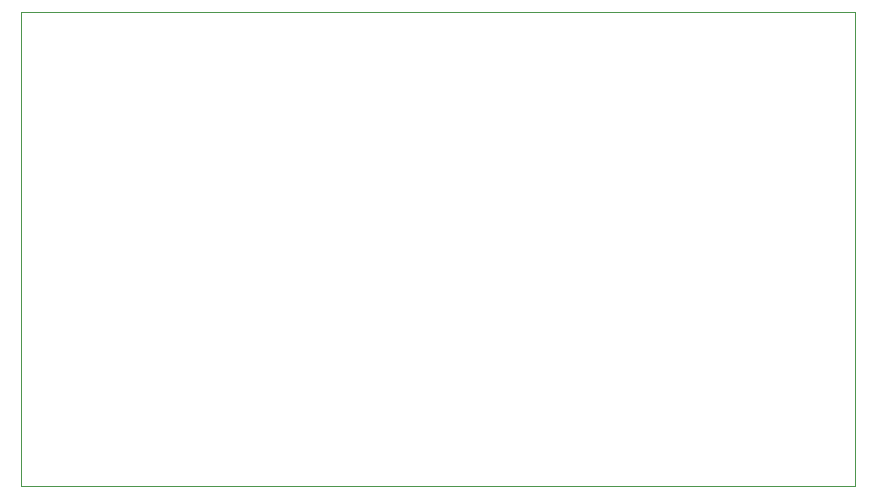
<source format=gbr>
G75*
G70*
%OFA0B0*%
%FSLAX24Y24*%
%IPPOS*%
%LPD*%
%AMOC8*
5,1,8,0,0,1.08239X$1,22.5*
%
%ADD10C,0.0000*%
D10*
X000400Y003118D02*
X000400Y018918D01*
X028200Y018918D01*
X028200Y003118D01*
X000400Y003118D01*
M02*

</source>
